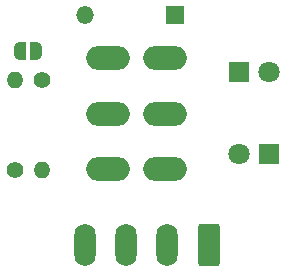
<source format=gbr>
%TF.GenerationSoftware,KiCad,Pcbnew,8.0.8*%
%TF.CreationDate,2025-02-01T16:22:36+01:00*%
%TF.ProjectId,pointControl,706f696e-7443-46f6-9e74-726f6c2e6b69,rev?*%
%TF.SameCoordinates,Original*%
%TF.FileFunction,Soldermask,Top*%
%TF.FilePolarity,Negative*%
%FSLAX46Y46*%
G04 Gerber Fmt 4.6, Leading zero omitted, Abs format (unit mm)*
G04 Created by KiCad (PCBNEW 8.0.8) date 2025-02-01 16:22:36*
%MOMM*%
%LPD*%
G01*
G04 APERTURE LIST*
G04 Aperture macros list*
%AMRoundRect*
0 Rectangle with rounded corners*
0 $1 Rounding radius*
0 $2 $3 $4 $5 $6 $7 $8 $9 X,Y pos of 4 corners*
0 Add a 4 corners polygon primitive as box body*
4,1,4,$2,$3,$4,$5,$6,$7,$8,$9,$2,$3,0*
0 Add four circle primitives for the rounded corners*
1,1,$1+$1,$2,$3*
1,1,$1+$1,$4,$5*
1,1,$1+$1,$6,$7*
1,1,$1+$1,$8,$9*
0 Add four rect primitives between the rounded corners*
20,1,$1+$1,$2,$3,$4,$5,0*
20,1,$1+$1,$4,$5,$6,$7,0*
20,1,$1+$1,$6,$7,$8,$9,0*
20,1,$1+$1,$8,$9,$2,$3,0*%
%AMFreePoly0*
4,1,19,0.500000,-0.750000,0.000000,-0.750000,0.000000,-0.744911,-0.071157,-0.744911,-0.207708,-0.704816,-0.327430,-0.627875,-0.420627,-0.520320,-0.479746,-0.390866,-0.500000,-0.250000,-0.500000,0.250000,-0.479746,0.390866,-0.420627,0.520320,-0.327430,0.627875,-0.207708,0.704816,-0.071157,0.744911,0.000000,0.744911,0.000000,0.750000,0.500000,0.750000,0.500000,-0.750000,0.500000,-0.750000,
$1*%
%AMFreePoly1*
4,1,19,0.000000,0.744911,0.071157,0.744911,0.207708,0.704816,0.327430,0.627875,0.420627,0.520320,0.479746,0.390866,0.500000,0.250000,0.500000,-0.250000,0.479746,-0.390866,0.420627,-0.520320,0.327430,-0.627875,0.207708,-0.704816,0.071157,-0.744911,0.000000,-0.744911,0.000000,-0.750000,-0.500000,-0.750000,-0.500000,0.750000,0.000000,0.750000,0.000000,0.744911,0.000000,0.744911,
$1*%
G04 Aperture macros list end*
%ADD10RoundRect,0.250000X0.650000X1.550000X-0.650000X1.550000X-0.650000X-1.550000X0.650000X-1.550000X0*%
%ADD11O,1.800000X3.600000*%
%ADD12R,1.800000X1.800000*%
%ADD13C,1.800000*%
%ADD14C,1.400000*%
%ADD15O,1.400000X1.400000*%
%ADD16R,1.500000X1.500000*%
%ADD17O,1.500000X1.500000*%
%ADD18O,3.700000X2.000000*%
%ADD19FreePoly0,0.000000*%
%ADD20FreePoly1,0.000000*%
G04 APERTURE END LIST*
D10*
%TO.C,J1*%
X159639000Y-84000000D03*
D11*
X156139000Y-84000000D03*
X152639000Y-84000000D03*
X149139000Y-84000000D03*
%TD*%
D12*
%TO.C,D_POS3*%
X162230000Y-69300000D03*
D13*
X164770000Y-69300000D03*
%TD*%
D14*
%TO.C,R1*%
X143239000Y-77620000D03*
D15*
X143239000Y-70000000D03*
%TD*%
D16*
%TO.C,D1*%
X156815000Y-64500000D03*
D17*
X149195000Y-64500000D03*
%TD*%
D18*
%TO.C,SW1*%
X151143000Y-77550000D03*
X151143000Y-72850000D03*
X151143000Y-68150000D03*
X155943000Y-77550000D03*
X155943000Y-72850000D03*
X155943000Y-68150000D03*
%TD*%
D12*
%TO.C,D_NEG2*%
X164770000Y-76300000D03*
D13*
X162230000Y-76300000D03*
%TD*%
D19*
%TO.C,JP1*%
X143692000Y-67587000D03*
D20*
X144992000Y-67587000D03*
%TD*%
D14*
%TO.C,R2*%
X145500000Y-70000000D03*
D15*
X145500000Y-77620000D03*
%TD*%
M02*

</source>
